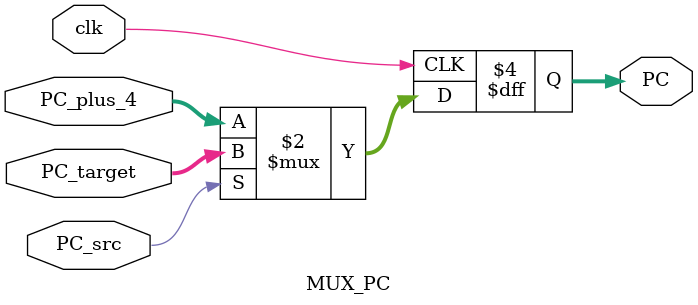
<source format=v>
module MUX_PC (
	input [31:0] PC_plus_4,
	input [31:0] PC_target,
	input PC_src,
	input clk, 
	output reg [31:0] PC
);
	initial PC = 32'b0; 
	always @ (negedge clk) begin 
		PC <= PC_src ? PC_target : PC_plus_4;
	end 
endmodule 
</source>
